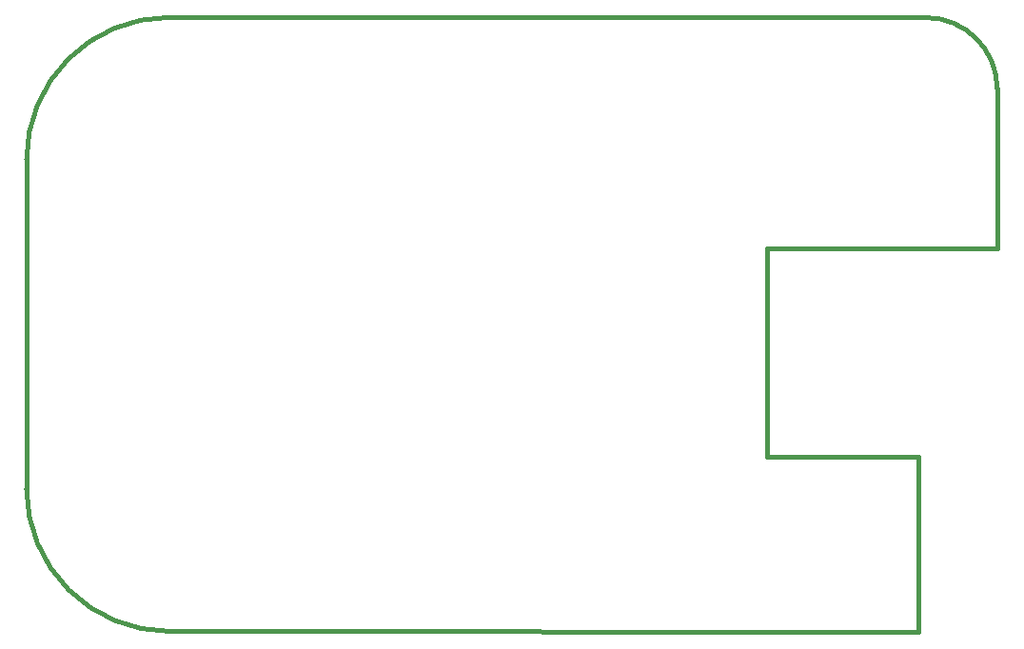
<source format=gbr>
%TF.GenerationSoftware,KiCad,Pcbnew,(5.1.10)-1*%
%TF.CreationDate,2022-04-07T15:38:00-04:00*%
%TF.ProjectId,BBB-COMMS-2,4242422d-434f-44d4-9d53-2d322e6b6963,0.3*%
%TF.SameCoordinates,Original*%
%TF.FileFunction,Profile,NP*%
%FSLAX46Y46*%
G04 Gerber Fmt 4.6, Leading zero omitted, Abs format (unit mm)*
G04 Created by KiCad (PCBNEW (5.1.10)-1) date 2022-04-07 15:38:00*
%MOMM*%
%LPD*%
G01*
G04 APERTURE LIST*
%TA.AperFunction,Profile*%
%ADD10C,0.381000*%
%TD*%
G04 APERTURE END LIST*
D10*
X106426000Y-107315000D02*
X173101000Y-107317540D01*
X106377743Y-52690865D02*
X173736000Y-52705000D01*
X173101000Y-91821000D02*
X159639000Y-91821000D01*
X173101000Y-107315000D02*
X173101000Y-91818460D01*
X159639000Y-73279000D02*
X159639000Y-91821000D01*
X180086000Y-73279000D02*
X159639000Y-73279000D01*
X93728543Y-65340065D02*
X93726000Y-94615000D01*
X180086000Y-59055000D02*
X180088540Y-73279000D01*
X180086000Y-59055000D02*
G75*
G03*
X173736000Y-52705000I-6350000J0D01*
G01*
X93726000Y-94615000D02*
G75*
G03*
X106426000Y-107315000I12700000J0D01*
G01*
X106377743Y-52690865D02*
G75*
G03*
X93728543Y-65340065I0J-12649200D01*
G01*
M02*

</source>
